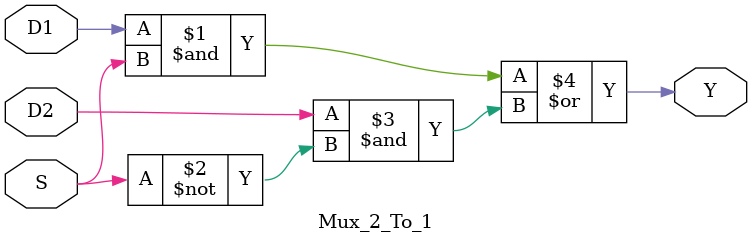
<source format=v>
`timescale 1ns / 1ps

module Mux_2_To_1( input S, input D1, input D2, output Y );
    // module behavior
    assign Y = (D1 & S) | (D2 & ~S);
    
endmodule

</source>
